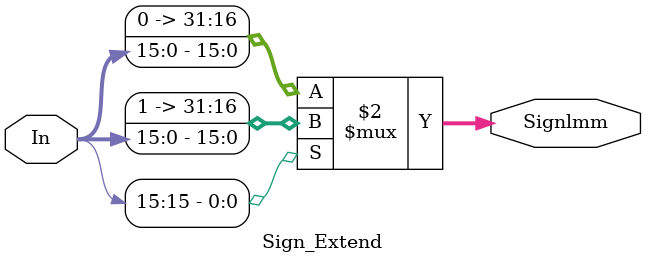
<source format=v>
`timescale 1ns / 1ps


module Sign_Extend(
    input [15:0] In,
    output [31:0] Signlmm
    );
    assign Signlmm = In[15]==1 ? {16'b1111111111111111,In} : {16'b0000000000000000,In};
endmodule

</source>
